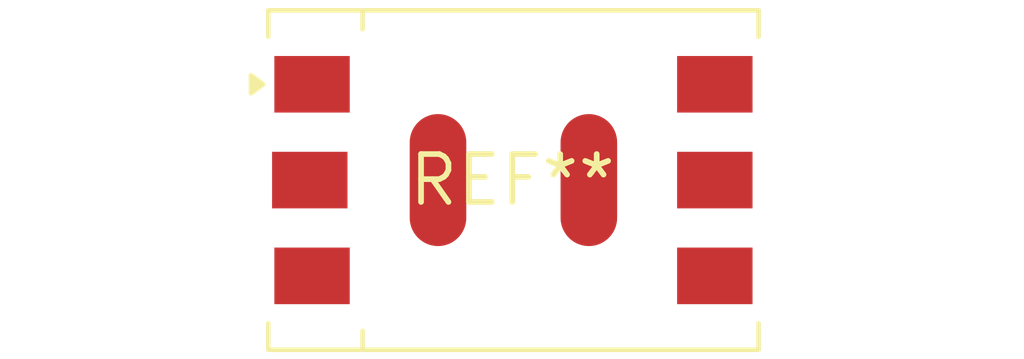
<source format=kicad_pcb>
(kicad_pcb (version 20240108) (generator pcbnew)
  (layers (0 "F.Cu" signal) (31 "B.Cu" signal) (34 "B.Paste" user) (35 "F.Paste" user) (36 "B.SilkS" user "B.Silkscreen") (37 "F.SilkS" user "F.Silkscreen") (38 "B.Mask" user) (39 "F.Mask" user) (44 "Edge.Cuts" user))
  (net 0 "")
  (footprint "Transformer_NF_ETAL_P3191" (layer "F.Cu") (at 0 0)
    (property "Reference" "REF**")
    (property "Value" "Transformer_NF_ETAL_P3191")
    (fp_line (start -6.47 -4.5) (end -6.47 -3.8) (layer "F.SilkS") (stroke (width 0.12)))
    (fp_line (start -6.47 3.8) (end -6.47 4.5) (layer "F.SilkS") (stroke (width 0.12)))
    (fp_line (start -6.47 4.5) (end 6.53 4.5) (layer "F.SilkS") (stroke (width 0.12)))
    (fp_line (start -3.97 -4.5) (end -3.97 -4) (layer "F.SilkS") (stroke (width 0.12)))
    (fp_line (start -3.97 4.5) (end -3.97 4) (layer "F.SilkS") (stroke (width 0.12)))
    (fp_line (start 6.53 -4.5) (end -6.47 -4.5) (layer "F.SilkS") (stroke (width 0.12)))
    (fp_line (start 6.53 -4.5) (end 6.53 -3.8) (layer "F.SilkS") (stroke (width 0.12)))
    (fp_line (start 6.53 3.8) (end 6.53 4.5) (layer "F.SilkS") (stroke (width 0.12)))
    (fp_poly (pts (xy -6.6 -2.54) (xy -6.93 -2.3) (xy -6.93 -2.78) (xy -6.6 -2.54)) (layer "F.SilkS") (stroke (width 0.12)) (fill solid))
    (pad "1" smd rect (at -5.31 -2.54) (size 2 1.5) (layers "F.Cu" "F.Paste" "F.Mask"))
    (pad "2" smd rect (at -5.37 0) (size 2 1.5) (layers "F.Cu" "F.Paste" "F.Mask"))
    (pad "2" smd rect (at -5.31 2.54) (size 2 1.5) (layers "F.Cu" "F.Paste" "F.Mask"))
    (pad "3" smd rect (at 5.37 2.54) (size 2 1.5) (layers "F.Cu" "F.Paste" "F.Mask"))
    (pad "4" smd rect (at 5.37 0) (size 2 1.5) (layers "F.Cu" "F.Paste" "F.Mask"))
    (pad "5" smd rect (at 5.37 -2.54) (size 2 1.5) (layers "F.Cu" "F.Paste" "F.Mask"))
    (pad "7" smd oval (at -1.97 0 90) (size 3.5 1.5) (layers "F.Cu" "F.Paste" "F.Mask"))
    (pad "7" smd oval (at 2.03 0 90) (size 3.5 1.5) (layers "F.Cu" "F.Paste" "F.Mask"))
  )
)
</source>
